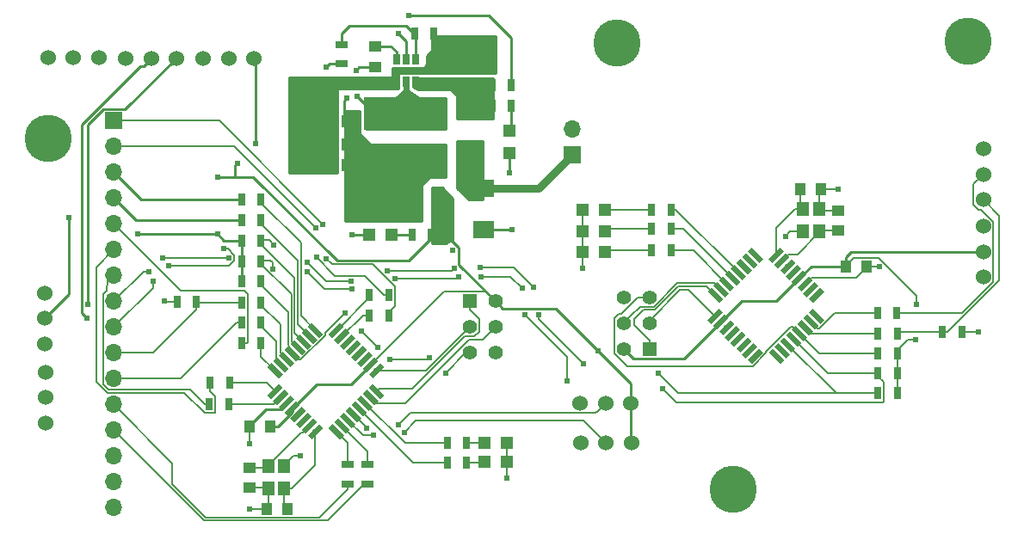
<source format=gtl>
G04 #@! TF.GenerationSoftware,KiCad,Pcbnew,(5.1.4-0-10_14)*
G04 #@! TF.CreationDate,2019-11-22T04:33:24-05:00*
G04 #@! TF.ProjectId,controllerBoard,636f6e74-726f-46c6-9c65-72426f617264,rev?*
G04 #@! TF.SameCoordinates,Original*
G04 #@! TF.FileFunction,Copper,L1,Top*
G04 #@! TF.FilePolarity,Positive*
%FSLAX46Y46*%
G04 Gerber Fmt 4.6, Leading zero omitted, Abs format (unit mm)*
G04 Created by KiCad (PCBNEW (5.1.4-0-10_14)) date 2019-11-22 04:33:24*
%MOMM*%
%LPD*%
G04 APERTURE LIST*
%ADD10C,4.648200*%
%ADD11R,1.250000X1.000000*%
%ADD12R,1.000000X1.250000*%
%ADD13R,1.200000X1.200000*%
%ADD14R,2.500000X0.900000*%
%ADD15R,8.200000X3.300000*%
%ADD16R,0.700000X1.300000*%
%ADD17R,0.650000X1.060000*%
%ADD18R,1.600000X1.000000*%
%ADD19R,2.159000X1.778000*%
%ADD20R,1.000000X3.200000*%
%ADD21R,1.300000X0.700000*%
%ADD22C,1.400000*%
%ADD23R,1.400000X1.400000*%
%ADD24R,1.700000X1.700000*%
%ADD25O,1.700000X1.700000*%
%ADD26C,1.524000*%
%ADD27C,0.550000*%
%ADD28C,0.100000*%
%ADD29R,1.200000X1.400000*%
%ADD30C,0.609600*%
%ADD31C,0.254000*%
%ADD32C,0.152400*%
%ADD33C,0.600000*%
%ADD34C,0.800000*%
%ADD35C,0.700000*%
%ADD36C,0.500000*%
%ADD37C,0.250000*%
%ADD38C,0.300000*%
%ADD39C,0.762000*%
G04 APERTURE END LIST*
D10*
X25273000Y-64058800D03*
X92659200Y-98602800D03*
X81254600Y-54635400D03*
X115824000Y-54508400D03*
D11*
X57480200Y-55032400D03*
X57480200Y-57032400D03*
D12*
X54670200Y-64668400D03*
X52670200Y-64668400D03*
X54670200Y-62382400D03*
X52670200Y-62382400D03*
D13*
X59088200Y-73558400D03*
X56888200Y-73558400D03*
D14*
X66770700Y-64715900D03*
X66770700Y-61815900D03*
D15*
X60464700Y-61619900D03*
X60464700Y-66319900D03*
D16*
X68976200Y-60858400D03*
X70876200Y-60858400D03*
X68976200Y-58826400D03*
X70876200Y-58826400D03*
X63002200Y-73558400D03*
X61102200Y-73558400D03*
D17*
X59540100Y-58465900D03*
X60490100Y-58465900D03*
X61440100Y-58465900D03*
X61440100Y-56265900D03*
X59540100Y-56265900D03*
X60490100Y-56265900D03*
D18*
X63830200Y-58548400D03*
X63830200Y-55548400D03*
D12*
X54670200Y-66700400D03*
X52670200Y-66700400D03*
D13*
X70688200Y-63314400D03*
X70688200Y-65514400D03*
D19*
X68148200Y-73050400D03*
X68148200Y-68986400D03*
D20*
X63755200Y-70383400D03*
X57555200Y-70383400D03*
D16*
X61356200Y-53746400D03*
X63256200Y-53746400D03*
D21*
X54178200Y-54828400D03*
X54178200Y-56728400D03*
D12*
X47101000Y-92456000D03*
X45101000Y-92456000D03*
D11*
X45059600Y-98459800D03*
X45059600Y-96459800D03*
D12*
X105775000Y-76657200D03*
X103775000Y-76657200D03*
X101330000Y-69088000D03*
X99330000Y-69088000D03*
X48828200Y-100533200D03*
X46828200Y-100533200D03*
D11*
X103047800Y-73161400D03*
X103047800Y-71161400D03*
D13*
X80043200Y-71120000D03*
X77843200Y-71120000D03*
X80043200Y-73202800D03*
X77843200Y-73202800D03*
X77843200Y-75260200D03*
X80043200Y-75260200D03*
X70416600Y-95935800D03*
X68216600Y-95935800D03*
X68216600Y-94081600D03*
X70416600Y-94081600D03*
D22*
X69291200Y-85191600D03*
X66751200Y-85191600D03*
X69291200Y-82651600D03*
X66751200Y-82651600D03*
X69291200Y-80111600D03*
D23*
X66751200Y-80111600D03*
D24*
X31750000Y-62331600D03*
D25*
X31750000Y-64871600D03*
X31750000Y-67411600D03*
X31750000Y-69951600D03*
X31750000Y-72491600D03*
X31750000Y-75031600D03*
X31750000Y-77571600D03*
X31750000Y-80111600D03*
X31750000Y-82651600D03*
X31750000Y-85191600D03*
X31750000Y-87731600D03*
X31750000Y-90271600D03*
X31750000Y-92811600D03*
X31750000Y-95351600D03*
X31750000Y-97891600D03*
X31750000Y-100431600D03*
D23*
X84429600Y-84785200D03*
D22*
X81889600Y-84785200D03*
X84429600Y-82245200D03*
X81889600Y-82245200D03*
X84429600Y-79705200D03*
X81889600Y-79705200D03*
D26*
X117297200Y-70078600D03*
X117297200Y-67589400D03*
X117297200Y-65100200D03*
X117297200Y-72745600D03*
X117297200Y-75234800D03*
X117297200Y-77724000D03*
X40563800Y-56159400D03*
X43053000Y-56159400D03*
X45542200Y-56159400D03*
X32918400Y-56159400D03*
X35407600Y-56159400D03*
X37896800Y-56159400D03*
X30251400Y-56134000D03*
X27762200Y-56134000D03*
X25273000Y-56134000D03*
X82600800Y-90119200D03*
X80111600Y-90119200D03*
X77622400Y-90119200D03*
X77673200Y-94056200D03*
X80162400Y-94056200D03*
X82651600Y-94056200D03*
D24*
X76809600Y-65709800D03*
D25*
X76809600Y-63169800D03*
D16*
X64556600Y-95986600D03*
X66456600Y-95986600D03*
X44312800Y-72136000D03*
X46212800Y-72136000D03*
X44338200Y-84251800D03*
X46238200Y-84251800D03*
X43114000Y-88138000D03*
X41214000Y-88138000D03*
D21*
X54737000Y-96179600D03*
X54737000Y-98079600D03*
X56692800Y-98079600D03*
X56692800Y-96179600D03*
D16*
X46238200Y-78155800D03*
X44338200Y-78155800D03*
X46212800Y-74168000D03*
X44312800Y-74168000D03*
X44338200Y-76149200D03*
X46238200Y-76149200D03*
X46223000Y-80213200D03*
X44323000Y-80213200D03*
X37988200Y-80137000D03*
X39888200Y-80137000D03*
X86548000Y-71069200D03*
X84648000Y-71069200D03*
X84673400Y-72999600D03*
X86573400Y-72999600D03*
X86548000Y-75107800D03*
X84648000Y-75107800D03*
X108798400Y-81280000D03*
X106898400Y-81280000D03*
X108823800Y-85217000D03*
X106923800Y-85217000D03*
X108823800Y-89154000D03*
X106923800Y-89154000D03*
X106923800Y-87198200D03*
X108823800Y-87198200D03*
X108823800Y-83261200D03*
X106923800Y-83261200D03*
X113273800Y-83134200D03*
X115173800Y-83134200D03*
X66456600Y-94056200D03*
X64556600Y-94056200D03*
X56885800Y-81483200D03*
X58785800Y-81483200D03*
X58811200Y-79476600D03*
X56911200Y-79476600D03*
X46212800Y-70104000D03*
X44312800Y-70104000D03*
X46238200Y-82219800D03*
X44338200Y-82219800D03*
X41163200Y-90246200D03*
X43063200Y-90246200D03*
D27*
X47618297Y-88985505D03*
D28*
G36*
X47247066Y-89745645D02*
G01*
X46858157Y-89356736D01*
X47989528Y-88225365D01*
X48378437Y-88614274D01*
X47247066Y-89745645D01*
X47247066Y-89745645D01*
G37*
D27*
X48183983Y-89551190D03*
D28*
G36*
X47812752Y-90311330D02*
G01*
X47423843Y-89922421D01*
X48555214Y-88791050D01*
X48944123Y-89179959D01*
X47812752Y-90311330D01*
X47812752Y-90311330D01*
G37*
D27*
X48749668Y-90116876D03*
D28*
G36*
X48378437Y-90877016D02*
G01*
X47989528Y-90488107D01*
X49120899Y-89356736D01*
X49509808Y-89745645D01*
X48378437Y-90877016D01*
X48378437Y-90877016D01*
G37*
D27*
X49315353Y-90682561D03*
D28*
G36*
X48944122Y-91442701D02*
G01*
X48555213Y-91053792D01*
X49686584Y-89922421D01*
X50075493Y-90311330D01*
X48944122Y-91442701D01*
X48944122Y-91442701D01*
G37*
D27*
X49881039Y-91248247D03*
D28*
G36*
X49509808Y-92008387D02*
G01*
X49120899Y-91619478D01*
X50252270Y-90488107D01*
X50641179Y-90877016D01*
X49509808Y-92008387D01*
X49509808Y-92008387D01*
G37*
D27*
X50446724Y-91813932D03*
D28*
G36*
X50075493Y-92574072D02*
G01*
X49686584Y-92185163D01*
X50817955Y-91053792D01*
X51206864Y-91442701D01*
X50075493Y-92574072D01*
X50075493Y-92574072D01*
G37*
D27*
X51012410Y-92379617D03*
D28*
G36*
X50641179Y-93139757D02*
G01*
X50252270Y-92750848D01*
X51383641Y-91619477D01*
X51772550Y-92008386D01*
X50641179Y-93139757D01*
X50641179Y-93139757D01*
G37*
D27*
X51578095Y-92945303D03*
D28*
G36*
X51206864Y-93705443D02*
G01*
X50817955Y-93316534D01*
X51949326Y-92185163D01*
X52338235Y-92574072D01*
X51206864Y-93705443D01*
X51206864Y-93705443D01*
G37*
D27*
X53628705Y-92945303D03*
D28*
G36*
X54388845Y-93316534D02*
G01*
X53999936Y-93705443D01*
X52868565Y-92574072D01*
X53257474Y-92185163D01*
X54388845Y-93316534D01*
X54388845Y-93316534D01*
G37*
D27*
X54194390Y-92379617D03*
D28*
G36*
X54954530Y-92750848D02*
G01*
X54565621Y-93139757D01*
X53434250Y-92008386D01*
X53823159Y-91619477D01*
X54954530Y-92750848D01*
X54954530Y-92750848D01*
G37*
D27*
X54760076Y-91813932D03*
D28*
G36*
X55520216Y-92185163D02*
G01*
X55131307Y-92574072D01*
X53999936Y-91442701D01*
X54388845Y-91053792D01*
X55520216Y-92185163D01*
X55520216Y-92185163D01*
G37*
D27*
X55325761Y-91248247D03*
D28*
G36*
X56085901Y-91619478D02*
G01*
X55696992Y-92008387D01*
X54565621Y-90877016D01*
X54954530Y-90488107D01*
X56085901Y-91619478D01*
X56085901Y-91619478D01*
G37*
D27*
X55891447Y-90682561D03*
D28*
G36*
X56651587Y-91053792D02*
G01*
X56262678Y-91442701D01*
X55131307Y-90311330D01*
X55520216Y-89922421D01*
X56651587Y-91053792D01*
X56651587Y-91053792D01*
G37*
D27*
X56457132Y-90116876D03*
D28*
G36*
X57217272Y-90488107D02*
G01*
X56828363Y-90877016D01*
X55696992Y-89745645D01*
X56085901Y-89356736D01*
X57217272Y-90488107D01*
X57217272Y-90488107D01*
G37*
D27*
X57022817Y-89551190D03*
D28*
G36*
X57782957Y-89922421D02*
G01*
X57394048Y-90311330D01*
X56262677Y-89179959D01*
X56651586Y-88791050D01*
X57782957Y-89922421D01*
X57782957Y-89922421D01*
G37*
D27*
X57588503Y-88985505D03*
D28*
G36*
X58348643Y-89356736D02*
G01*
X57959734Y-89745645D01*
X56828363Y-88614274D01*
X57217272Y-88225365D01*
X58348643Y-89356736D01*
X58348643Y-89356736D01*
G37*
D27*
X57588503Y-86934895D03*
D28*
G36*
X57217272Y-87695035D02*
G01*
X56828363Y-87306126D01*
X57959734Y-86174755D01*
X58348643Y-86563664D01*
X57217272Y-87695035D01*
X57217272Y-87695035D01*
G37*
D27*
X57022817Y-86369210D03*
D28*
G36*
X56651586Y-87129350D02*
G01*
X56262677Y-86740441D01*
X57394048Y-85609070D01*
X57782957Y-85997979D01*
X56651586Y-87129350D01*
X56651586Y-87129350D01*
G37*
D27*
X56457132Y-85803524D03*
D28*
G36*
X56085901Y-86563664D02*
G01*
X55696992Y-86174755D01*
X56828363Y-85043384D01*
X57217272Y-85432293D01*
X56085901Y-86563664D01*
X56085901Y-86563664D01*
G37*
D27*
X55891447Y-85237839D03*
D28*
G36*
X55520216Y-85997979D02*
G01*
X55131307Y-85609070D01*
X56262678Y-84477699D01*
X56651587Y-84866608D01*
X55520216Y-85997979D01*
X55520216Y-85997979D01*
G37*
D27*
X55325761Y-84672153D03*
D28*
G36*
X54954530Y-85432293D02*
G01*
X54565621Y-85043384D01*
X55696992Y-83912013D01*
X56085901Y-84300922D01*
X54954530Y-85432293D01*
X54954530Y-85432293D01*
G37*
D27*
X54760076Y-84106468D03*
D28*
G36*
X54388845Y-84866608D02*
G01*
X53999936Y-84477699D01*
X55131307Y-83346328D01*
X55520216Y-83735237D01*
X54388845Y-84866608D01*
X54388845Y-84866608D01*
G37*
D27*
X54194390Y-83540783D03*
D28*
G36*
X53823159Y-84300923D02*
G01*
X53434250Y-83912014D01*
X54565621Y-82780643D01*
X54954530Y-83169552D01*
X53823159Y-84300923D01*
X53823159Y-84300923D01*
G37*
D27*
X53628705Y-82975097D03*
D28*
G36*
X53257474Y-83735237D02*
G01*
X52868565Y-83346328D01*
X53999936Y-82214957D01*
X54388845Y-82603866D01*
X53257474Y-83735237D01*
X53257474Y-83735237D01*
G37*
D27*
X51578095Y-82975097D03*
D28*
G36*
X52338235Y-83346328D02*
G01*
X51949326Y-83735237D01*
X50817955Y-82603866D01*
X51206864Y-82214957D01*
X52338235Y-83346328D01*
X52338235Y-83346328D01*
G37*
D27*
X51012410Y-83540783D03*
D28*
G36*
X51772550Y-83912014D02*
G01*
X51383641Y-84300923D01*
X50252270Y-83169552D01*
X50641179Y-82780643D01*
X51772550Y-83912014D01*
X51772550Y-83912014D01*
G37*
D27*
X50446724Y-84106468D03*
D28*
G36*
X51206864Y-84477699D02*
G01*
X50817955Y-84866608D01*
X49686584Y-83735237D01*
X50075493Y-83346328D01*
X51206864Y-84477699D01*
X51206864Y-84477699D01*
G37*
D27*
X49881039Y-84672153D03*
D28*
G36*
X50641179Y-85043384D02*
G01*
X50252270Y-85432293D01*
X49120899Y-84300922D01*
X49509808Y-83912013D01*
X50641179Y-85043384D01*
X50641179Y-85043384D01*
G37*
D27*
X49315353Y-85237839D03*
D28*
G36*
X50075493Y-85609070D02*
G01*
X49686584Y-85997979D01*
X48555213Y-84866608D01*
X48944122Y-84477699D01*
X50075493Y-85609070D01*
X50075493Y-85609070D01*
G37*
D27*
X48749668Y-85803524D03*
D28*
G36*
X49509808Y-86174755D02*
G01*
X49120899Y-86563664D01*
X47989528Y-85432293D01*
X48378437Y-85043384D01*
X49509808Y-86174755D01*
X49509808Y-86174755D01*
G37*
D27*
X48183983Y-86369210D03*
D28*
G36*
X48944123Y-86740441D02*
G01*
X48555214Y-87129350D01*
X47423843Y-85997979D01*
X47812752Y-85609070D01*
X48944123Y-86740441D01*
X48944123Y-86740441D01*
G37*
D27*
X47618297Y-86934895D03*
D28*
G36*
X48378437Y-87306126D02*
G01*
X47989528Y-87695035D01*
X46858157Y-86563664D01*
X47247066Y-86174755D01*
X48378437Y-87306126D01*
X48378437Y-87306126D01*
G37*
D27*
X100887303Y-81574705D03*
D28*
G36*
X100127163Y-81203474D02*
G01*
X100516072Y-80814565D01*
X101647443Y-81945936D01*
X101258534Y-82334845D01*
X100127163Y-81203474D01*
X100127163Y-81203474D01*
G37*
D27*
X100321617Y-82140390D03*
D28*
G36*
X99561477Y-81769159D02*
G01*
X99950386Y-81380250D01*
X101081757Y-82511621D01*
X100692848Y-82900530D01*
X99561477Y-81769159D01*
X99561477Y-81769159D01*
G37*
D27*
X99755932Y-82706076D03*
D28*
G36*
X98995792Y-82334845D02*
G01*
X99384701Y-81945936D01*
X100516072Y-83077307D01*
X100127163Y-83466216D01*
X98995792Y-82334845D01*
X98995792Y-82334845D01*
G37*
D27*
X99190247Y-83271761D03*
D28*
G36*
X98430107Y-82900530D02*
G01*
X98819016Y-82511621D01*
X99950387Y-83642992D01*
X99561478Y-84031901D01*
X98430107Y-82900530D01*
X98430107Y-82900530D01*
G37*
D27*
X98624561Y-83837447D03*
D28*
G36*
X97864421Y-83466216D02*
G01*
X98253330Y-83077307D01*
X99384701Y-84208678D01*
X98995792Y-84597587D01*
X97864421Y-83466216D01*
X97864421Y-83466216D01*
G37*
D27*
X98058876Y-84403132D03*
D28*
G36*
X97298736Y-84031901D02*
G01*
X97687645Y-83642992D01*
X98819016Y-84774363D01*
X98430107Y-85163272D01*
X97298736Y-84031901D01*
X97298736Y-84031901D01*
G37*
D27*
X97493190Y-84968817D03*
D28*
G36*
X96733050Y-84597586D02*
G01*
X97121959Y-84208677D01*
X98253330Y-85340048D01*
X97864421Y-85728957D01*
X96733050Y-84597586D01*
X96733050Y-84597586D01*
G37*
D27*
X96927505Y-85534503D03*
D28*
G36*
X96167365Y-85163272D02*
G01*
X96556274Y-84774363D01*
X97687645Y-85905734D01*
X97298736Y-86294643D01*
X96167365Y-85163272D01*
X96167365Y-85163272D01*
G37*
D27*
X94876895Y-85534503D03*
D28*
G36*
X95248126Y-84774363D02*
G01*
X95637035Y-85163272D01*
X94505664Y-86294643D01*
X94116755Y-85905734D01*
X95248126Y-84774363D01*
X95248126Y-84774363D01*
G37*
D27*
X94311210Y-84968817D03*
D28*
G36*
X94682441Y-84208677D02*
G01*
X95071350Y-84597586D01*
X93939979Y-85728957D01*
X93551070Y-85340048D01*
X94682441Y-84208677D01*
X94682441Y-84208677D01*
G37*
D27*
X93745524Y-84403132D03*
D28*
G36*
X94116755Y-83642992D02*
G01*
X94505664Y-84031901D01*
X93374293Y-85163272D01*
X92985384Y-84774363D01*
X94116755Y-83642992D01*
X94116755Y-83642992D01*
G37*
D27*
X93179839Y-83837447D03*
D28*
G36*
X93551070Y-83077307D02*
G01*
X93939979Y-83466216D01*
X92808608Y-84597587D01*
X92419699Y-84208678D01*
X93551070Y-83077307D01*
X93551070Y-83077307D01*
G37*
D27*
X92614153Y-83271761D03*
D28*
G36*
X92985384Y-82511621D02*
G01*
X93374293Y-82900530D01*
X92242922Y-84031901D01*
X91854013Y-83642992D01*
X92985384Y-82511621D01*
X92985384Y-82511621D01*
G37*
D27*
X92048468Y-82706076D03*
D28*
G36*
X92419699Y-81945936D02*
G01*
X92808608Y-82334845D01*
X91677237Y-83466216D01*
X91288328Y-83077307D01*
X92419699Y-81945936D01*
X92419699Y-81945936D01*
G37*
D27*
X91482783Y-82140390D03*
D28*
G36*
X91854014Y-81380250D02*
G01*
X92242923Y-81769159D01*
X91111552Y-82900530D01*
X90722643Y-82511621D01*
X91854014Y-81380250D01*
X91854014Y-81380250D01*
G37*
D27*
X90917097Y-81574705D03*
D28*
G36*
X91288328Y-80814565D02*
G01*
X91677237Y-81203474D01*
X90545866Y-82334845D01*
X90156957Y-81945936D01*
X91288328Y-80814565D01*
X91288328Y-80814565D01*
G37*
D27*
X90917097Y-79524095D03*
D28*
G36*
X90156957Y-79152864D02*
G01*
X90545866Y-78763955D01*
X91677237Y-79895326D01*
X91288328Y-80284235D01*
X90156957Y-79152864D01*
X90156957Y-79152864D01*
G37*
D27*
X91482783Y-78958410D03*
D28*
G36*
X90722643Y-78587179D02*
G01*
X91111552Y-78198270D01*
X92242923Y-79329641D01*
X91854014Y-79718550D01*
X90722643Y-78587179D01*
X90722643Y-78587179D01*
G37*
D27*
X92048468Y-78392724D03*
D28*
G36*
X91288328Y-78021493D02*
G01*
X91677237Y-77632584D01*
X92808608Y-78763955D01*
X92419699Y-79152864D01*
X91288328Y-78021493D01*
X91288328Y-78021493D01*
G37*
D27*
X92614153Y-77827039D03*
D28*
G36*
X91854013Y-77455808D02*
G01*
X92242922Y-77066899D01*
X93374293Y-78198270D01*
X92985384Y-78587179D01*
X91854013Y-77455808D01*
X91854013Y-77455808D01*
G37*
D27*
X93179839Y-77261353D03*
D28*
G36*
X92419699Y-76890122D02*
G01*
X92808608Y-76501213D01*
X93939979Y-77632584D01*
X93551070Y-78021493D01*
X92419699Y-76890122D01*
X92419699Y-76890122D01*
G37*
D27*
X93745524Y-76695668D03*
D28*
G36*
X92985384Y-76324437D02*
G01*
X93374293Y-75935528D01*
X94505664Y-77066899D01*
X94116755Y-77455808D01*
X92985384Y-76324437D01*
X92985384Y-76324437D01*
G37*
D27*
X94311210Y-76129983D03*
D28*
G36*
X93551070Y-75758752D02*
G01*
X93939979Y-75369843D01*
X95071350Y-76501214D01*
X94682441Y-76890123D01*
X93551070Y-75758752D01*
X93551070Y-75758752D01*
G37*
D27*
X94876895Y-75564297D03*
D28*
G36*
X94116755Y-75193066D02*
G01*
X94505664Y-74804157D01*
X95637035Y-75935528D01*
X95248126Y-76324437D01*
X94116755Y-75193066D01*
X94116755Y-75193066D01*
G37*
D27*
X96927505Y-75564297D03*
D28*
G36*
X97298736Y-74804157D02*
G01*
X97687645Y-75193066D01*
X96556274Y-76324437D01*
X96167365Y-75935528D01*
X97298736Y-74804157D01*
X97298736Y-74804157D01*
G37*
D27*
X97493190Y-76129983D03*
D28*
G36*
X97864421Y-75369843D02*
G01*
X98253330Y-75758752D01*
X97121959Y-76890123D01*
X96733050Y-76501214D01*
X97864421Y-75369843D01*
X97864421Y-75369843D01*
G37*
D27*
X98058876Y-76695668D03*
D28*
G36*
X98430107Y-75935528D02*
G01*
X98819016Y-76324437D01*
X97687645Y-77455808D01*
X97298736Y-77066899D01*
X98430107Y-75935528D01*
X98430107Y-75935528D01*
G37*
D27*
X98624561Y-77261353D03*
D28*
G36*
X98995792Y-76501213D02*
G01*
X99384701Y-76890122D01*
X98253330Y-78021493D01*
X97864421Y-77632584D01*
X98995792Y-76501213D01*
X98995792Y-76501213D01*
G37*
D27*
X99190247Y-77827039D03*
D28*
G36*
X99561478Y-77066899D02*
G01*
X99950387Y-77455808D01*
X98819016Y-78587179D01*
X98430107Y-78198270D01*
X99561478Y-77066899D01*
X99561478Y-77066899D01*
G37*
D27*
X99755932Y-78392724D03*
D28*
G36*
X100127163Y-77632584D02*
G01*
X100516072Y-78021493D01*
X99384701Y-79152864D01*
X98995792Y-78763955D01*
X100127163Y-77632584D01*
X100127163Y-77632584D01*
G37*
D27*
X100321617Y-78958410D03*
D28*
G36*
X100692848Y-78198270D02*
G01*
X101081757Y-78587179D01*
X99950386Y-79718550D01*
X99561477Y-79329641D01*
X100692848Y-78198270D01*
X100692848Y-78198270D01*
G37*
D27*
X100887303Y-79524095D03*
D28*
G36*
X101258534Y-78763955D02*
G01*
X101647443Y-79152864D01*
X100516072Y-80284235D01*
X100127163Y-79895326D01*
X101258534Y-78763955D01*
X101258534Y-78763955D01*
G37*
D29*
X46926600Y-96359800D03*
X46926600Y-98559800D03*
X48526600Y-98559800D03*
X48526600Y-96359800D03*
X99555400Y-73236000D03*
X99555400Y-71036000D03*
X101155400Y-71036000D03*
X101155400Y-73236000D03*
D26*
X24993600Y-92075000D03*
X24993600Y-89585800D03*
X24993600Y-87096600D03*
X24942800Y-79298800D03*
X24942800Y-81788000D03*
X24942800Y-84277200D03*
D30*
X70942200Y-73050400D03*
X55194200Y-73558400D03*
X65862200Y-56794400D03*
X68148200Y-56794400D03*
X68148200Y-55016400D03*
X65862200Y-55016400D03*
X50876200Y-66446400D03*
X50622200Y-61620400D03*
X49606200Y-62636400D03*
X50622200Y-63652400D03*
X49606200Y-64668400D03*
X50622200Y-65430400D03*
X49606200Y-66446400D03*
X70688200Y-67462400D03*
X65100200Y-75082400D03*
X50114200Y-95351600D03*
X45135800Y-100558600D03*
X45135800Y-94157800D03*
X103022400Y-69088000D03*
X107035600Y-76657200D03*
X36753800Y-80111600D03*
X77825600Y-76835000D03*
X97815400Y-73685400D03*
X70434200Y-97510600D03*
X116789200Y-83134200D03*
X79375000Y-84963000D03*
X41935400Y-73507600D03*
X41935400Y-67868800D03*
X110667800Y-83870800D03*
X110718600Y-80441800D03*
X43891200Y-66497200D03*
X45694600Y-64617600D03*
X34112200Y-73456800D03*
X27330400Y-71882000D03*
X55613300Y-57348300D03*
X55664100Y-59939100D03*
X54686200Y-60096400D03*
X52654200Y-57048400D03*
X59766200Y-53746400D03*
X60782200Y-51968400D03*
X54533800Y-81280000D03*
X56134000Y-83032600D03*
X57734200Y-84607400D03*
X58902600Y-85801200D03*
X62763400Y-85699600D03*
X64389000Y-87172800D03*
X52308222Y-72535072D03*
X52628800Y-75895200D03*
X51638200Y-72898000D03*
X51663600Y-75768200D03*
X35229800Y-77165200D03*
X36550600Y-75819000D03*
X43053000Y-75819000D03*
X47345600Y-76911200D03*
X29184600Y-80416400D03*
X50749200Y-77216000D03*
X55203511Y-78905511D03*
X59368312Y-77867888D03*
X65659000Y-77698600D03*
X67894200Y-77673200D03*
X85725000Y-88671400D03*
X76352400Y-87909400D03*
X72186800Y-81395799D03*
X71932800Y-78841600D03*
X35585400Y-78105000D03*
X37109400Y-76606400D03*
X42519600Y-74930000D03*
X47498000Y-74549000D03*
X29133800Y-81762600D03*
X50774600Y-76276200D03*
X55067200Y-78155800D03*
X58631712Y-77131288D03*
X65235603Y-76878794D03*
X67767200Y-76733400D03*
X85293200Y-87172800D03*
X77952600Y-86258400D03*
X73583800Y-81395799D03*
X73025000Y-78689200D03*
X56642000Y-92583000D03*
X59740800Y-92303600D03*
X57277000Y-93319600D03*
X60325000Y-92989400D03*
D31*
X68148200Y-73050400D02*
X70942200Y-73050400D01*
X56888200Y-73558400D02*
X55194200Y-73558400D01*
X63256200Y-53746400D02*
X63256200Y-54974400D01*
X63256200Y-54974400D02*
X63830200Y-55548400D01*
X68148200Y-73050400D02*
X67957700Y-73050400D01*
X63830200Y-55548400D02*
X65330200Y-55548400D01*
X68148200Y-55016400D02*
X68148200Y-56794400D01*
X65330200Y-55548400D02*
X65862200Y-55016400D01*
X50876200Y-66446400D02*
X49606200Y-66446400D01*
X51130200Y-66700400D02*
X50876200Y-66446400D01*
X52670200Y-66700400D02*
X51130200Y-66700400D01*
X50368200Y-61366400D02*
X50368200Y-60350400D01*
X50622200Y-61620400D02*
X50368200Y-61366400D01*
X50622200Y-63652400D02*
X49606200Y-62636400D01*
X49860200Y-64668400D02*
X49606200Y-64668400D01*
X50622200Y-65430400D02*
X49860200Y-64668400D01*
X70688200Y-65514400D02*
X70688200Y-67462400D01*
D32*
X77843200Y-74507800D02*
X77843200Y-73202800D01*
X77843200Y-75260200D02*
X77843200Y-74507800D01*
X77843200Y-72450400D02*
X77843200Y-71120000D01*
X77843200Y-73202800D02*
X77843200Y-72450400D01*
X70416600Y-94081600D02*
X70416600Y-95935800D01*
X46826600Y-98459800D02*
X46926600Y-98559800D01*
X45059600Y-98459800D02*
X46826600Y-98459800D01*
X46926600Y-100434800D02*
X46828200Y-100533200D01*
X46926600Y-98559800D02*
X46926600Y-100434800D01*
D31*
X48113273Y-90753271D02*
X46678729Y-90753271D01*
X45101000Y-92331000D02*
X45101000Y-92456000D01*
X46678729Y-90753271D02*
X45101000Y-92331000D01*
X48749668Y-90116876D02*
X48113273Y-90753271D01*
D32*
X49434800Y-95351600D02*
X50114200Y-95351600D01*
X48526600Y-96259800D02*
X49434800Y-95351600D01*
X48526600Y-96359800D02*
X48526600Y-96259800D01*
X45161200Y-100533200D02*
X45135800Y-100558600D01*
X46828200Y-100533200D02*
X45161200Y-100533200D01*
X45101000Y-93233400D02*
X45085000Y-93249400D01*
X45101000Y-92456000D02*
X45101000Y-93233400D01*
X45085000Y-94107000D02*
X45135800Y-94157800D01*
X45085000Y-93249400D02*
X45085000Y-94107000D01*
X101280800Y-71161400D02*
X101155400Y-71036000D01*
X103047800Y-71161400D02*
X101280800Y-71161400D01*
X101155400Y-69262600D02*
X101330000Y-69088000D01*
X101155400Y-71036000D02*
X101155400Y-69262600D01*
X101330000Y-69088000D02*
X103022400Y-69088000D01*
X105775000Y-76782200D02*
X105775000Y-76657200D01*
X104800871Y-77756329D02*
X105775000Y-76782200D01*
X100392327Y-77756329D02*
X104800871Y-77756329D01*
X99755932Y-78392724D02*
X100392327Y-77756329D01*
X105775000Y-76657200D02*
X107035600Y-76657200D01*
X36779200Y-80137000D02*
X36753800Y-80111600D01*
X37988200Y-80137000D02*
X36779200Y-80137000D01*
X77843200Y-76817400D02*
X77825600Y-76835000D01*
X77843200Y-75260200D02*
X77843200Y-76817400D01*
X98264800Y-73236000D02*
X97815400Y-73685400D01*
X99555400Y-73236000D02*
X98264800Y-73236000D01*
X70416600Y-97493000D02*
X70434200Y-97510600D01*
X70416600Y-95935800D02*
X70416600Y-97493000D01*
X115173800Y-83134200D02*
X116789200Y-83134200D01*
D31*
X63755200Y-70383400D02*
X63755200Y-73409400D01*
X63755200Y-73409400D02*
X63606200Y-73558400D01*
X63606200Y-73558400D02*
X63002200Y-73558400D01*
X82589599Y-85485199D02*
X81889600Y-84785200D01*
X82869001Y-85764601D02*
X82589599Y-85485199D01*
X87858572Y-85764601D02*
X82869001Y-85764601D01*
X91482783Y-82140390D02*
X87858572Y-85764601D01*
X92119178Y-81503995D02*
X91482783Y-82140390D01*
X96931086Y-80086200D02*
X93536973Y-80086200D01*
X93536973Y-80086200D02*
X92119178Y-81503995D01*
X99190247Y-77827039D02*
X96931086Y-80086200D01*
X49315353Y-90995647D02*
X49315353Y-90682561D01*
X47855000Y-92456000D02*
X49315353Y-90995647D01*
X47101000Y-92456000D02*
X47855000Y-92456000D01*
D32*
X57659212Y-85732815D02*
X57022817Y-86369210D01*
X64209028Y-79182999D02*
X57659212Y-85732815D01*
X68362599Y-79182999D02*
X64209028Y-79182999D01*
X69291200Y-80111600D02*
X68362599Y-79182999D01*
D31*
X100360086Y-76657200D02*
X103775000Y-76657200D01*
X99190247Y-77827039D02*
X100360086Y-76657200D01*
X65684401Y-76504801D02*
X69291200Y-80111600D01*
X65684401Y-74801983D02*
X65684401Y-76504801D01*
X64440818Y-73558400D02*
X65684401Y-74801983D01*
X63002200Y-73558400D02*
X64440818Y-73558400D01*
X69991199Y-80811599D02*
X75223599Y-80811599D01*
X69291200Y-80111600D02*
X69991199Y-80811599D01*
X75223599Y-80811599D02*
X79375000Y-84963000D01*
X44312800Y-76123800D02*
X44338200Y-76149200D01*
X44312800Y-74168000D02*
X44312800Y-76123800D01*
X44338200Y-78155800D02*
X44338200Y-76149200D01*
X42595800Y-74168000D02*
X41935400Y-73507600D01*
X44312800Y-74168000D02*
X42595800Y-74168000D01*
X41935400Y-73507600D02*
X41935400Y-73507600D01*
X45480522Y-67868800D02*
X53710122Y-76098400D01*
X60762200Y-76098400D02*
X63002200Y-73858400D01*
X63002200Y-73858400D02*
X63002200Y-73558400D01*
X53710122Y-76098400D02*
X60762200Y-76098400D01*
D32*
X108823800Y-86019400D02*
X108823800Y-87198200D01*
X108823800Y-85217000D02*
X108823800Y-86019400D01*
X108823800Y-88351600D02*
X108823800Y-87198200D01*
X108823800Y-89154000D02*
X108823800Y-88351600D01*
X109870000Y-83870800D02*
X110667800Y-83870800D01*
X108823800Y-84917000D02*
X109870000Y-83870800D01*
X108823800Y-85217000D02*
X108823800Y-84917000D01*
X104503601Y-75803599D02*
X103775000Y-76532200D01*
X103775000Y-76532200D02*
X103775000Y-76657200D01*
X106971433Y-75803599D02*
X104503601Y-75803599D01*
X110718600Y-79550766D02*
X106971433Y-75803599D01*
X110718600Y-80441800D02*
X110718600Y-79550766D01*
D31*
X82600800Y-94005400D02*
X82651600Y-94056200D01*
X82600800Y-90119200D02*
X82600800Y-94005400D01*
X82600800Y-88188800D02*
X79375000Y-84963000D01*
X82600800Y-90119200D02*
X82600800Y-88188800D01*
X43688000Y-66700400D02*
X43891200Y-66497200D01*
X43688000Y-67868800D02*
X43688000Y-66700400D01*
X41935400Y-67868800D02*
X43688000Y-67868800D01*
X43688000Y-67868800D02*
X45480522Y-67868800D01*
X45694600Y-56311800D02*
X45542200Y-56159400D01*
X45694600Y-64617600D02*
X45694600Y-56311800D01*
X56386422Y-87005605D02*
X57022817Y-86369210D01*
X51732914Y-88265000D02*
X55127027Y-88265000D01*
X55127027Y-88265000D02*
X56386422Y-87005605D01*
X49315353Y-90682561D02*
X51732914Y-88265000D01*
X116219570Y-75234800D02*
X117297200Y-75234800D01*
X104318400Y-75234800D02*
X116219570Y-75234800D01*
X103775000Y-75778200D02*
X104318400Y-75234800D01*
X103775000Y-76657200D02*
X103775000Y-75778200D01*
X34163000Y-73507600D02*
X34112200Y-73456800D01*
X41935400Y-73507600D02*
X34163000Y-73507600D01*
X27330400Y-79400400D02*
X24942800Y-81788000D01*
X27330400Y-71882000D02*
X27330400Y-79400400D01*
X61102200Y-73558400D02*
X59088200Y-73558400D01*
D32*
X66751200Y-80964000D02*
X66751200Y-80111600D01*
X67679801Y-81892601D02*
X66751200Y-80964000D01*
X67679801Y-83097329D02*
X67679801Y-81892601D01*
X67196929Y-83580201D02*
X67679801Y-83097329D01*
X66279799Y-83580201D02*
X67196929Y-83580201D01*
X61139659Y-88720341D02*
X66279799Y-83580201D01*
X57853667Y-88720341D02*
X61139659Y-88720341D01*
X57588503Y-88985505D02*
X57853667Y-88720341D01*
X62467905Y-86934895D02*
X66751200Y-82651600D01*
X57588503Y-86934895D02*
X62467905Y-86934895D01*
D33*
X63240100Y-58465900D02*
X63290100Y-58415900D01*
D31*
X59540100Y-56265900D02*
X59540100Y-55552300D01*
X59020200Y-55032400D02*
X57480200Y-55032400D01*
X59540100Y-55552300D02*
X59020200Y-55032400D01*
X57670700Y-57065900D02*
X55895700Y-57065900D01*
X55895700Y-57065900D02*
X55613300Y-57348300D01*
X55664100Y-59939100D02*
X57344900Y-61619900D01*
X57344900Y-61619900D02*
X58750200Y-60858400D01*
X56973700Y-61619900D02*
X58750200Y-60858400D01*
D34*
X58775600Y-60833000D02*
X58750200Y-60858400D01*
D35*
X58775600Y-60833000D02*
X58750200Y-60858400D01*
D33*
X58775600Y-60833000D02*
X58750200Y-60858400D01*
D36*
X58775600Y-60833000D02*
X58750200Y-60858400D01*
D37*
X58775600Y-60833000D02*
X58750200Y-60858400D01*
X58775600Y-60833000D02*
X58750200Y-60858400D01*
D35*
X58775600Y-60833000D02*
X58750200Y-60858400D01*
D33*
X58775600Y-60833000D02*
X58750200Y-60858400D01*
D37*
X58775600Y-60833000D02*
X58750200Y-60858400D01*
D31*
X54178200Y-56728400D02*
X52974200Y-56728400D01*
X54420200Y-60362400D02*
X54420200Y-62057400D01*
X54686200Y-60096400D02*
X54420200Y-60362400D01*
X52974200Y-56728400D02*
X52654200Y-57048400D01*
D34*
X60282200Y-66502400D02*
X60464700Y-66319900D01*
X56896700Y-66319900D02*
X60464700Y-66319900D01*
D38*
X54920200Y-61415400D02*
X54920200Y-62057400D01*
D31*
X70876200Y-60858400D02*
X70876200Y-63126400D01*
X70876200Y-63126400D02*
X70688200Y-63314400D01*
X66770700Y-64715900D02*
X66770700Y-67799400D01*
X66770700Y-67799400D02*
X67957700Y-68986400D01*
X67957700Y-68986400D02*
X68148200Y-68986400D01*
X70876200Y-58826400D02*
X70876200Y-54188400D01*
X60490100Y-54470300D02*
X60490100Y-56265900D01*
X59766200Y-53746400D02*
X60490100Y-54470300D01*
X68656200Y-51968400D02*
X60782200Y-51968400D01*
X70876200Y-54188400D02*
X68656200Y-51968400D01*
X61440100Y-56265900D02*
X61440100Y-53896300D01*
X54178200Y-53746400D02*
X54178200Y-54828400D01*
X54940200Y-52984400D02*
X54178200Y-53746400D01*
X60528200Y-52984400D02*
X54940200Y-52984400D01*
X61440100Y-53896300D02*
X60528200Y-52984400D01*
X61451200Y-56254800D02*
X61440100Y-56265900D01*
D32*
X46826600Y-96459800D02*
X46926600Y-96359800D01*
X45059600Y-96459800D02*
X46826600Y-96459800D01*
X46926600Y-96259800D02*
X50170388Y-93016012D01*
X50376015Y-93016012D02*
X51012410Y-92379617D01*
X50170388Y-93016012D02*
X50376015Y-93016012D01*
X46926600Y-96359800D02*
X46926600Y-96259800D01*
X96927505Y-75075388D02*
X96927505Y-75564297D01*
X98803000Y-71036000D02*
X96927505Y-72911495D01*
X96927505Y-72911495D02*
X96927505Y-75075388D01*
X99555400Y-71036000D02*
X98803000Y-71036000D01*
X99330000Y-70810600D02*
X99555400Y-71036000D01*
X99330000Y-69088000D02*
X99330000Y-70810600D01*
X48526600Y-100231600D02*
X48828200Y-100533200D01*
X48526600Y-98559800D02*
X48526600Y-100231600D01*
X51578095Y-96260705D02*
X51578095Y-93434212D01*
X51578095Y-93434212D02*
X51578095Y-92945303D01*
X49279000Y-98559800D02*
X51578095Y-96260705D01*
X48526600Y-98559800D02*
X49279000Y-98559800D01*
X98129585Y-75493588D02*
X97493190Y-76129983D01*
X98997812Y-75493588D02*
X98129585Y-75493588D01*
X101155400Y-73336000D02*
X98997812Y-75493588D01*
X101155400Y-73236000D02*
X101155400Y-73336000D01*
X101230000Y-73161400D02*
X101155400Y-73236000D01*
X103047800Y-73161400D02*
X101230000Y-73161400D01*
X80094000Y-71069200D02*
X80043200Y-71120000D01*
X84648000Y-71069200D02*
X80094000Y-71069200D01*
X80246400Y-72999600D02*
X80043200Y-73202800D01*
X84673400Y-72999600D02*
X80246400Y-72999600D01*
X80195600Y-75107800D02*
X80043200Y-75260200D01*
X84648000Y-75107800D02*
X80195600Y-75107800D01*
X68165800Y-95986600D02*
X68216600Y-95935800D01*
X66456600Y-95986600D02*
X68165800Y-95986600D01*
D39*
X73533000Y-68986400D02*
X76809600Y-65709800D01*
X68148200Y-68986400D02*
X73533000Y-68986400D01*
D32*
X68191200Y-94056200D02*
X68216600Y-94081600D01*
X66456600Y-94056200D02*
X68191200Y-94056200D01*
X48920368Y-81137968D02*
X46238200Y-78455800D01*
X48938168Y-84160348D02*
X48920368Y-84142548D01*
X48892289Y-84395617D02*
X48892289Y-84206227D01*
X49022000Y-84525328D02*
X48892289Y-84395617D01*
X46238200Y-78455800D02*
X46238200Y-78155800D01*
X49022000Y-84944486D02*
X49022000Y-84525328D01*
X48920368Y-84142548D02*
X48920368Y-81137968D01*
X48892289Y-84206227D02*
X48938168Y-84160348D01*
X49315353Y-85237839D02*
X49022000Y-84944486D01*
X52566845Y-83246955D02*
X54533800Y-81280000D01*
X52566845Y-83441023D02*
X52566845Y-83246955D01*
X50133634Y-85874234D02*
X52566845Y-83441023D01*
X49951748Y-85874234D02*
X50133634Y-85874234D01*
X49315353Y-85237839D02*
X49951748Y-85874234D01*
X57708800Y-84607400D02*
X57734200Y-84607400D01*
X56134000Y-83032600D02*
X57708800Y-84607400D01*
X62661800Y-85801200D02*
X62763400Y-85699600D01*
X58902600Y-85801200D02*
X62661800Y-85801200D01*
X66370200Y-85191600D02*
X66751200Y-85191600D01*
X64389000Y-87172800D02*
X66370200Y-85191600D01*
X68591201Y-83351599D02*
X69291200Y-82651600D01*
X68057789Y-83885011D02*
X68591201Y-83351599D01*
X60409015Y-90187585D02*
X66711589Y-83885011D01*
X66711589Y-83885011D02*
X68057789Y-83885011D01*
X57659212Y-90187585D02*
X60409015Y-90187585D01*
X57022817Y-89551190D02*
X57659212Y-90187585D01*
X42104750Y-62331600D02*
X52308222Y-72535072D01*
X31750000Y-62331600D02*
X42104750Y-62331600D01*
X58785800Y-81183200D02*
X58785800Y-81483200D01*
X59389801Y-80579199D02*
X58785800Y-81183200D01*
X59389801Y-78643719D02*
X59389801Y-80579199D01*
X57200092Y-76454010D02*
X59389801Y-78643719D01*
X53187610Y-76454010D02*
X57200092Y-76454010D01*
X52628800Y-75895200D02*
X53187610Y-76454010D01*
X43611800Y-64871600D02*
X51638200Y-72898000D01*
X31750000Y-64871600D02*
X43611800Y-64871600D01*
X51663600Y-75768200D02*
X53517800Y-77622400D01*
X58308800Y-79476600D02*
X58811200Y-79476600D01*
X56454600Y-77622400D02*
X58308800Y-79476600D01*
X53517800Y-77622400D02*
X56454600Y-77622400D01*
D31*
X34442400Y-70104000D02*
X31750000Y-67411600D01*
X44312800Y-70104000D02*
X34442400Y-70104000D01*
X33934400Y-72136000D02*
X31750000Y-69951600D01*
X44312800Y-72136000D02*
X33934400Y-72136000D01*
D32*
X44555683Y-79034401D02*
X38292801Y-79034401D01*
X38292801Y-79034401D02*
X32599999Y-73341599D01*
X44916801Y-79395519D02*
X44555683Y-79034401D01*
X44916801Y-84175599D02*
X44916801Y-79395519D01*
X44840600Y-84251800D02*
X44916801Y-84175599D01*
X32599999Y-73341599D02*
X31750000Y-72491600D01*
X44338200Y-84251800D02*
X44840600Y-84251800D01*
X41696081Y-91124801D02*
X40680401Y-91124801D01*
X41741801Y-91079081D02*
X41696081Y-91124801D01*
X41214000Y-88940400D02*
X41741801Y-89468201D01*
X41741801Y-89468201D02*
X41741801Y-91079081D01*
X41214000Y-88138000D02*
X41214000Y-88940400D01*
X31106014Y-89115010D02*
X29997400Y-88006396D01*
X38670611Y-89115011D02*
X31106014Y-89115010D01*
X40680401Y-91124801D02*
X38670611Y-89115011D01*
X29997400Y-76784200D02*
X31750000Y-75031600D01*
X29997400Y-88006396D02*
X29997400Y-76784200D01*
X31140400Y-78181200D02*
X31750000Y-77571600D01*
X30671399Y-79412201D02*
X31013400Y-79070200D01*
X30671399Y-88249329D02*
X30671399Y-79412201D01*
X31140400Y-78486000D02*
X31140400Y-78181200D01*
X31013400Y-79070200D02*
X31013400Y-78613000D01*
X31232271Y-88810201D02*
X30671399Y-88249329D01*
X39224801Y-88810201D02*
X31232271Y-88810201D01*
X31013400Y-78613000D02*
X31140400Y-78486000D01*
X40660800Y-90246200D02*
X39224801Y-88810201D01*
X41163200Y-90246200D02*
X40660800Y-90246200D01*
X101985314Y-87198200D02*
X98624561Y-83837447D01*
X106923800Y-87198200D02*
X101985314Y-87198200D01*
X49881039Y-84672153D02*
X49225178Y-84016292D01*
X49225178Y-84016292D02*
X49225178Y-79436178D01*
X49225178Y-79436178D02*
X46238200Y-76449200D01*
X46238200Y-76449200D02*
X46238200Y-76149200D01*
X34696400Y-77165200D02*
X35229800Y-77165200D01*
X31750000Y-80111600D02*
X34696400Y-77165200D01*
X36550600Y-75819000D02*
X43053000Y-75819000D01*
X46287629Y-76099771D02*
X47143771Y-76099771D01*
X46238200Y-76149200D02*
X46287629Y-76099771D01*
D31*
X29184600Y-62694078D02*
X29184600Y-80416400D01*
X32854001Y-61202199D02*
X30676479Y-61202199D01*
X30676479Y-61202199D02*
X29184600Y-62694078D01*
X37896800Y-56159400D02*
X32854001Y-61202199D01*
D32*
X47345600Y-76301600D02*
X47345600Y-76911200D01*
X47143771Y-76099771D02*
X47345600Y-76301600D01*
X52438711Y-78905511D02*
X55203511Y-78905511D01*
X50749200Y-77216000D02*
X52438711Y-78905511D01*
X65489712Y-77867888D02*
X65659000Y-77698600D01*
X59368312Y-77867888D02*
X65489712Y-77867888D01*
X87086201Y-90032601D02*
X85725000Y-88671400D01*
X107502401Y-89986881D02*
X107456681Y-90032601D01*
X106923800Y-87198200D02*
X106923800Y-87498200D01*
X107456681Y-90032601D02*
X87086201Y-90032601D01*
X107502401Y-88076801D02*
X107502401Y-89986881D01*
X106923800Y-87498200D02*
X107502401Y-88076801D01*
X76352400Y-85561399D02*
X72186800Y-81395799D01*
X76352400Y-87909400D02*
X76352400Y-85561399D01*
X70764400Y-77673200D02*
X67894200Y-77673200D01*
X71932800Y-78841600D02*
X70764400Y-77673200D01*
X102809744Y-89154000D02*
X98058876Y-84403132D01*
X106923800Y-89154000D02*
X102809744Y-89154000D01*
X49529989Y-77785189D02*
X46212800Y-74468000D01*
X49529989Y-83189733D02*
X49529989Y-77785189D01*
X46212800Y-74468000D02*
X46212800Y-74168000D01*
X50446724Y-84106468D02*
X49529989Y-83189733D01*
X35585400Y-78816200D02*
X35585400Y-78105000D01*
X31750000Y-82651600D02*
X35585400Y-78816200D01*
X37109400Y-76606400D02*
X43055034Y-76606400D01*
X43586401Y-76075033D02*
X43586401Y-75562967D01*
X43055034Y-76606400D02*
X43586401Y-76075033D01*
X42953434Y-74930000D02*
X42519600Y-74930000D01*
X43586401Y-75562967D02*
X42953434Y-74930000D01*
X47039429Y-74090429D02*
X47498000Y-74549000D01*
X46290371Y-74090429D02*
X47039429Y-74090429D01*
X46212800Y-74168000D02*
X46290371Y-74090429D01*
D31*
X28600399Y-81229199D02*
X29133800Y-81762600D01*
X34382529Y-56921399D02*
X28600399Y-62703529D01*
X28600399Y-62703529D02*
X28600399Y-81229199D01*
X34645601Y-56921399D02*
X34382529Y-56921399D01*
X35407600Y-56159400D02*
X34645601Y-56921399D01*
D32*
X52654200Y-78155800D02*
X55067200Y-78155800D01*
X50774600Y-76276200D02*
X52654200Y-78155800D01*
X64983109Y-77131288D02*
X65235603Y-76878794D01*
X58631712Y-77131288D02*
X64983109Y-77131288D01*
X87274400Y-89154000D02*
X85293200Y-87172800D01*
X102809744Y-89154000D02*
X87274400Y-89154000D01*
X73583800Y-81889600D02*
X73583800Y-81395799D01*
X77952600Y-86258400D02*
X73583800Y-81889600D01*
X71069200Y-76733400D02*
X67767200Y-76733400D01*
X73025000Y-78689200D02*
X71069200Y-76733400D01*
X39964400Y-80213200D02*
X39888200Y-80137000D01*
X44323000Y-80213200D02*
X39964400Y-80213200D01*
X32952081Y-85191600D02*
X31750000Y-85191600D01*
X35636000Y-85191600D02*
X32952081Y-85191600D01*
X39888200Y-80939400D02*
X35636000Y-85191600D01*
X39888200Y-80137000D02*
X39888200Y-80939400D01*
X32952081Y-87731600D02*
X31750000Y-87731600D01*
X38324000Y-87731600D02*
X32952081Y-87731600D01*
X43835800Y-82219800D02*
X38324000Y-87731600D01*
X44338200Y-82219800D02*
X43835800Y-82219800D01*
X37517834Y-96039434D02*
X31750000Y-90271600D01*
X51932199Y-101386801D02*
X40782401Y-101386801D01*
X37517834Y-98122234D02*
X37517834Y-96039434D01*
X40782401Y-101386801D02*
X37517834Y-98122234D01*
X54737000Y-98582000D02*
X51932199Y-101386801D01*
X54737000Y-98079600D02*
X54737000Y-98582000D01*
X32599999Y-93661599D02*
X31750000Y-92811600D01*
X40630011Y-101691611D02*
X32599999Y-93661599D01*
X52780789Y-101691611D02*
X40630011Y-101691611D01*
X56392800Y-98079600D02*
X52780789Y-101691611D01*
X56692800Y-98079600D02*
X56392800Y-98079600D01*
D31*
X84429600Y-84759800D02*
X84429600Y-84785200D01*
D32*
X84429600Y-83932800D02*
X84429600Y-84785200D01*
X82981800Y-81864200D02*
X82981800Y-82485000D01*
X87276397Y-78663800D02*
X85001585Y-80938612D01*
X82981800Y-82485000D02*
X84429600Y-83932800D01*
X85001585Y-80938612D02*
X83907388Y-80938612D01*
X90056802Y-78663800D02*
X87276397Y-78663800D01*
X83907388Y-80938612D02*
X82981800Y-81864200D01*
X90917097Y-79524095D02*
X90056802Y-78663800D01*
X84429600Y-81991200D02*
X84429600Y-82245200D01*
X87452200Y-78968600D02*
X84429600Y-81991200D01*
X88310992Y-78968600D02*
X87452200Y-78968600D01*
X90917097Y-81574705D02*
X88310992Y-78968600D01*
X82589599Y-81545201D02*
X81889600Y-82245200D01*
X91482783Y-78958410D02*
X90846388Y-78322015D01*
X87187115Y-78322015D02*
X84875329Y-80633801D01*
X90846388Y-78322015D02*
X87187115Y-78322015D01*
X84875329Y-80633801D02*
X83500999Y-80633801D01*
X83500999Y-80633801D02*
X82589599Y-81545201D01*
X98371966Y-82635366D02*
X98553852Y-82635366D01*
X95938755Y-85068577D02*
X98371966Y-82635366D01*
X82253323Y-86523253D02*
X94600359Y-86523253D01*
X80960999Y-81799471D02*
X80960999Y-85230929D01*
X80960999Y-85230929D02*
X82253323Y-86523253D01*
X81443871Y-81316599D02*
X80960999Y-81799471D01*
X95938755Y-85184857D02*
X95938755Y-85068577D01*
X81652531Y-81316599D02*
X81443871Y-81316599D01*
X98553852Y-82635366D02*
X99190247Y-83271761D01*
X94600359Y-86523253D02*
X95938755Y-85184857D01*
X83263930Y-79705200D02*
X81652531Y-81316599D01*
X84429600Y-79705200D02*
X83263930Y-79705200D01*
X101135486Y-85217000D02*
X99190247Y-83271761D01*
X106923800Y-85217000D02*
X101135486Y-85217000D01*
X108950800Y-83134200D02*
X108823800Y-83261200D01*
X113273800Y-83134200D02*
X108950800Y-83134200D01*
X113784156Y-83134200D02*
X113273800Y-83134200D01*
X118872000Y-71653400D02*
X118872000Y-78046356D01*
X118872000Y-78046356D02*
X113784156Y-83134200D01*
X117297200Y-70078600D02*
X118872000Y-71653400D01*
X112445800Y-81280000D02*
X112776000Y-81280000D01*
X108798400Y-81280000D02*
X112445800Y-81280000D01*
X115207290Y-81280000D02*
X112445800Y-81280000D01*
X118287801Y-78199489D02*
X115207290Y-81280000D01*
X116821711Y-71069201D02*
X117086891Y-71069201D01*
X117086891Y-71069201D02*
X118287801Y-72270111D01*
X118287801Y-72270111D02*
X118287801Y-78199489D01*
X116306599Y-68580001D02*
X116306599Y-70554089D01*
X116306599Y-70554089D02*
X116821711Y-71069201D01*
X117297200Y-67589400D02*
X116306599Y-68580001D01*
X56642000Y-92564486D02*
X56642000Y-92583000D01*
X55325761Y-91248247D02*
X56642000Y-92564486D01*
X79349601Y-90881199D02*
X80111600Y-90119200D01*
X79120999Y-91109801D02*
X79349601Y-90881199D01*
X60934600Y-91109800D02*
X79120999Y-91109801D01*
X59740800Y-92303600D02*
X60934600Y-91109800D01*
X56265744Y-93319600D02*
X57277000Y-93319600D01*
X54760076Y-91813932D02*
X56265744Y-93319600D01*
X60325000Y-92989400D02*
X61442600Y-91871800D01*
X77978000Y-91871800D02*
X61442600Y-91871800D01*
X80162400Y-94056200D02*
X77978000Y-91871800D01*
X61195486Y-95986600D02*
X61077743Y-95868857D01*
X61077743Y-95868857D02*
X61119286Y-95910400D01*
X64556600Y-95986600D02*
X61195486Y-95986600D01*
X55891447Y-90682561D02*
X61077743Y-95868857D01*
X46212800Y-72436000D02*
X46212800Y-72136000D01*
X49834800Y-76058000D02*
X46212800Y-72436000D01*
X49834800Y-82363173D02*
X49834800Y-76058000D01*
X51012410Y-83540783D02*
X49834800Y-82363173D01*
X46238200Y-85554798D02*
X46238200Y-84251800D01*
X47618297Y-86934895D02*
X46238200Y-85554798D01*
X46770792Y-88138000D02*
X47618297Y-88985505D01*
X43114000Y-88138000D02*
X46770792Y-88138000D01*
X54737000Y-94053598D02*
X54737000Y-96179600D01*
X53628705Y-92945303D02*
X54737000Y-94053598D01*
X56692800Y-94878027D02*
X56692800Y-96179600D01*
X54194390Y-92379617D02*
X56692800Y-94878027D01*
X46223000Y-80513200D02*
X46223000Y-80213200D01*
X48113273Y-85167129D02*
X48113273Y-82403473D01*
X48113273Y-82403473D02*
X46223000Y-80513200D01*
X48749668Y-85803524D02*
X48113273Y-85167129D01*
X87050400Y-71069200D02*
X93179839Y-77198639D01*
X93179839Y-77198639D02*
X93179839Y-77261353D01*
X86548000Y-71069200D02*
X87050400Y-71069200D01*
X87786714Y-72999600D02*
X92614153Y-77827039D01*
X86573400Y-72999600D02*
X87786714Y-72999600D01*
X88763544Y-75107800D02*
X92048468Y-78392724D01*
X86548000Y-75107800D02*
X88763544Y-75107800D01*
X100958012Y-82776785D02*
X100321617Y-82140390D01*
X101139899Y-82776785D02*
X100958012Y-82776785D01*
X102636684Y-81280000D02*
X101139899Y-82776785D01*
X106898400Y-81280000D02*
X102636684Y-81280000D01*
X100311056Y-83261200D02*
X99755932Y-82706076D01*
X106923800Y-83261200D02*
X100311056Y-83261200D01*
X60320256Y-93980000D02*
X56457132Y-90116876D01*
X60396456Y-94056200D02*
X60320256Y-93980000D01*
X64556600Y-94056200D02*
X60396456Y-94056200D01*
X56251973Y-81483200D02*
X54194390Y-83540783D01*
X56885800Y-81483200D02*
X56251973Y-81483200D01*
X53712703Y-82975097D02*
X53628705Y-82975097D01*
X56911200Y-79776600D02*
X53712703Y-82975097D01*
X56911200Y-79476600D02*
X56911200Y-79776600D01*
X50139600Y-74330800D02*
X46212800Y-70404000D01*
X50139600Y-81536602D02*
X50139600Y-74330800D01*
X51578095Y-82975097D02*
X50139600Y-81536602D01*
X46238200Y-82519800D02*
X46238200Y-82219800D01*
X47752000Y-85937227D02*
X47752000Y-84033600D01*
X47752000Y-84033600D02*
X46238200Y-82519800D01*
X48183983Y-86369210D02*
X47752000Y-85937227D01*
X47488973Y-90246200D02*
X43063200Y-90246200D01*
X48183983Y-89551190D02*
X47488973Y-90246200D01*
D31*
G36*
X65074200Y-69963006D02*
G01*
X65074200Y-74142600D01*
X65007638Y-74142600D01*
X64826071Y-74178716D01*
X64655038Y-74249560D01*
X64501113Y-74352410D01*
X64470123Y-74383400D01*
X63028200Y-74383400D01*
X63028200Y-68937400D01*
X64048594Y-68937400D01*
X65074200Y-69963006D01*
X65074200Y-69963006D01*
G37*
X65074200Y-69963006D02*
X65074200Y-74142600D01*
X65007638Y-74142600D01*
X64826071Y-74178716D01*
X64655038Y-74249560D01*
X64501113Y-74352410D01*
X64470123Y-74383400D01*
X63028200Y-74383400D01*
X63028200Y-68937400D01*
X64048594Y-68937400D01*
X65074200Y-69963006D01*
G36*
X68074200Y-70083400D02*
G01*
X66653806Y-70083400D01*
X65528200Y-68957794D01*
X65528200Y-64337400D01*
X68074200Y-64337400D01*
X68074200Y-70083400D01*
X68074200Y-70083400D01*
G37*
X68074200Y-70083400D02*
X66653806Y-70083400D01*
X65528200Y-68957794D01*
X65528200Y-64337400D01*
X68074200Y-64337400D01*
X68074200Y-70083400D01*
G36*
X69074200Y-62133400D02*
G01*
X65528200Y-62133400D01*
X65528200Y-59960400D01*
X65525760Y-59935624D01*
X65518533Y-59911799D01*
X65506797Y-59889843D01*
X65491003Y-59870597D01*
X64941003Y-59320597D01*
X64921757Y-59304803D01*
X64899801Y-59293067D01*
X64875976Y-59285840D01*
X64851200Y-59283400D01*
X61683584Y-59283400D01*
X61228200Y-59035008D01*
X61228200Y-58137400D01*
X69074200Y-58137400D01*
X69074200Y-62133400D01*
X69074200Y-62133400D01*
G37*
X69074200Y-62133400D02*
X65528200Y-62133400D01*
X65528200Y-59960400D01*
X65525760Y-59935624D01*
X65518533Y-59911799D01*
X65506797Y-59889843D01*
X65491003Y-59870597D01*
X64941003Y-59320597D01*
X64921757Y-59304803D01*
X64899801Y-59293067D01*
X64875976Y-59285840D01*
X64851200Y-59283400D01*
X61683584Y-59283400D01*
X61228200Y-59035008D01*
X61228200Y-58137400D01*
X69074200Y-58137400D01*
X69074200Y-62133400D01*
G36*
X69277200Y-57642000D02*
G01*
X59879200Y-57642000D01*
X59854424Y-57644440D01*
X59830599Y-57651667D01*
X59808643Y-57663403D01*
X59789397Y-57679197D01*
X59773603Y-57698443D01*
X59761867Y-57720399D01*
X59754640Y-57744224D01*
X59752200Y-57769000D01*
X59752200Y-59191400D01*
X53886100Y-59191400D01*
X53861324Y-59193840D01*
X53837499Y-59201067D01*
X53815543Y-59212803D01*
X53796297Y-59228597D01*
X53780503Y-59247843D01*
X53768767Y-59269799D01*
X53761540Y-59293624D01*
X53759100Y-59318400D01*
X53759100Y-67432100D01*
X52513200Y-67432100D01*
X52488424Y-67434540D01*
X52464599Y-67441767D01*
X52455931Y-67446400D01*
X48957200Y-67446400D01*
X48957200Y-58048400D01*
X59066400Y-58048400D01*
X59091176Y-58045960D01*
X59115001Y-58038733D01*
X59136957Y-58026997D01*
X59156203Y-58011203D01*
X59171997Y-57991957D01*
X59183733Y-57970001D01*
X59190960Y-57946176D01*
X59193400Y-57921400D01*
X59193400Y-57159400D01*
X62190600Y-57159400D01*
X62215376Y-57156960D01*
X62239201Y-57149733D01*
X62261157Y-57137997D01*
X62280403Y-57122203D01*
X62297430Y-57101076D01*
X62526030Y-56745476D01*
X62537375Y-56723315D01*
X62544179Y-56699367D01*
X62546200Y-56676800D01*
X62546200Y-55942006D01*
X63017003Y-55471203D01*
X63032797Y-55451957D01*
X63044533Y-55430001D01*
X63051760Y-55406176D01*
X63054200Y-55381400D01*
X63054200Y-53984400D01*
X69277200Y-53984400D01*
X69277200Y-57642000D01*
X69277200Y-57642000D01*
G37*
X69277200Y-57642000D02*
X59879200Y-57642000D01*
X59854424Y-57644440D01*
X59830599Y-57651667D01*
X59808643Y-57663403D01*
X59789397Y-57679197D01*
X59773603Y-57698443D01*
X59761867Y-57720399D01*
X59754640Y-57744224D01*
X59752200Y-57769000D01*
X59752200Y-59191400D01*
X53886100Y-59191400D01*
X53861324Y-59193840D01*
X53837499Y-59201067D01*
X53815543Y-59212803D01*
X53796297Y-59228597D01*
X53780503Y-59247843D01*
X53768767Y-59269799D01*
X53761540Y-59293624D01*
X53759100Y-59318400D01*
X53759100Y-67432100D01*
X52513200Y-67432100D01*
X52488424Y-67434540D01*
X52464599Y-67441767D01*
X52455931Y-67446400D01*
X48957200Y-67446400D01*
X48957200Y-58048400D01*
X59066400Y-58048400D01*
X59091176Y-58045960D01*
X59115001Y-58038733D01*
X59136957Y-58026997D01*
X59156203Y-58011203D01*
X59171997Y-57991957D01*
X59183733Y-57970001D01*
X59190960Y-57946176D01*
X59193400Y-57921400D01*
X59193400Y-57159400D01*
X62190600Y-57159400D01*
X62215376Y-57156960D01*
X62239201Y-57149733D01*
X62261157Y-57137997D01*
X62280403Y-57122203D01*
X62297430Y-57101076D01*
X62526030Y-56745476D01*
X62537375Y-56723315D01*
X62544179Y-56699367D01*
X62546200Y-56676800D01*
X62546200Y-55942006D01*
X63017003Y-55471203D01*
X63032797Y-55451957D01*
X63044533Y-55430001D01*
X63051760Y-55406176D01*
X63054200Y-55381400D01*
X63054200Y-53984400D01*
X69277200Y-53984400D01*
X69277200Y-57642000D01*
G36*
X60704700Y-59318400D02*
G01*
X60707140Y-59343176D01*
X60714367Y-59367001D01*
X60726103Y-59388957D01*
X60741897Y-59408203D01*
X60762707Y-59425025D01*
X61800480Y-60096525D01*
X61822607Y-60107936D01*
X61846536Y-60114811D01*
X61869473Y-60116900D01*
X64427100Y-60116900D01*
X64427100Y-63114100D01*
X56502300Y-63114100D01*
X56502300Y-60116900D01*
X59423300Y-60116900D01*
X59448076Y-60114460D01*
X59471901Y-60107233D01*
X59493857Y-60095497D01*
X59506476Y-60085873D01*
X60255476Y-59436740D01*
X60258118Y-59434385D01*
X60282518Y-59412018D01*
X60299133Y-59393477D01*
X60311811Y-59372051D01*
X60320066Y-59348563D01*
X60323700Y-59318400D01*
X60323700Y-58111900D01*
X60704700Y-58111900D01*
X60704700Y-59318400D01*
X60704700Y-59318400D01*
G37*
X60704700Y-59318400D02*
X60707140Y-59343176D01*
X60714367Y-59367001D01*
X60726103Y-59388957D01*
X60741897Y-59408203D01*
X60762707Y-59425025D01*
X61800480Y-60096525D01*
X61822607Y-60107936D01*
X61846536Y-60114811D01*
X61869473Y-60116900D01*
X64427100Y-60116900D01*
X64427100Y-63114100D01*
X56502300Y-63114100D01*
X56502300Y-60116900D01*
X59423300Y-60116900D01*
X59448076Y-60114460D01*
X59471901Y-60107233D01*
X59493857Y-60095497D01*
X59506476Y-60085873D01*
X60255476Y-59436740D01*
X60258118Y-59434385D01*
X60282518Y-59412018D01*
X60299133Y-59393477D01*
X60311811Y-59372051D01*
X60320066Y-59348563D01*
X60323700Y-59318400D01*
X60323700Y-58111900D01*
X60704700Y-58111900D01*
X60704700Y-59318400D01*
G36*
X55918100Y-63545900D02*
G01*
X55920540Y-63570676D01*
X55927767Y-63594501D01*
X55939503Y-63616457D01*
X55955297Y-63635703D01*
X56971297Y-64651703D01*
X56990543Y-64667497D01*
X57012499Y-64679233D01*
X57036324Y-64686460D01*
X57061100Y-64688900D01*
X64427100Y-64688900D01*
X64427100Y-67863900D01*
X62903100Y-67863900D01*
X62878324Y-67866340D01*
X62854499Y-67873567D01*
X62832543Y-67885303D01*
X62813297Y-67901097D01*
X62051297Y-68663097D01*
X62035503Y-68682343D01*
X62023767Y-68704299D01*
X62016540Y-68728124D01*
X62014100Y-68752900D01*
X62014100Y-72181900D01*
X54521100Y-72181900D01*
X54521100Y-61386900D01*
X55918100Y-61386900D01*
X55918100Y-63545900D01*
X55918100Y-63545900D01*
G37*
X55918100Y-63545900D02*
X55920540Y-63570676D01*
X55927767Y-63594501D01*
X55939503Y-63616457D01*
X55955297Y-63635703D01*
X56971297Y-64651703D01*
X56990543Y-64667497D01*
X57012499Y-64679233D01*
X57036324Y-64686460D01*
X57061100Y-64688900D01*
X64427100Y-64688900D01*
X64427100Y-67863900D01*
X62903100Y-67863900D01*
X62878324Y-67866340D01*
X62854499Y-67873567D01*
X62832543Y-67885303D01*
X62813297Y-67901097D01*
X62051297Y-68663097D01*
X62035503Y-68682343D01*
X62023767Y-68704299D01*
X62016540Y-68728124D01*
X62014100Y-68752900D01*
X62014100Y-72181900D01*
X54521100Y-72181900D01*
X54521100Y-61386900D01*
X55918100Y-61386900D01*
X55918100Y-63545900D01*
M02*

</source>
